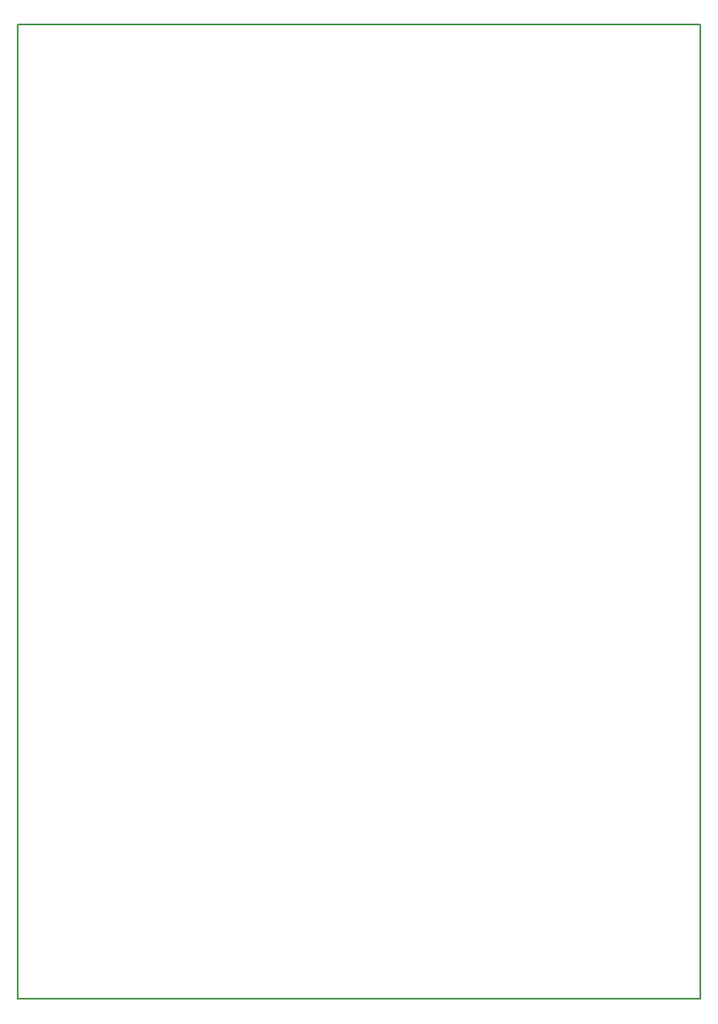
<source format=gbr>
G04 DipTrace 3.3.1.1*
G04 BoardOutline.gbr*
%MOIN*%
G04 #@! TF.FileFunction,Profile*
G04 #@! TF.Part,Single*
%ADD11C,0.005512*%
%FSLAX26Y26*%
G04*
G70*
G90*
G75*
G01*
G04 BoardOutline*
%LPD*%
X300000Y4250000D2*
D11*
X3000000D1*
Y400000D1*
X300000D1*
Y4250000D1*
M02*

</source>
